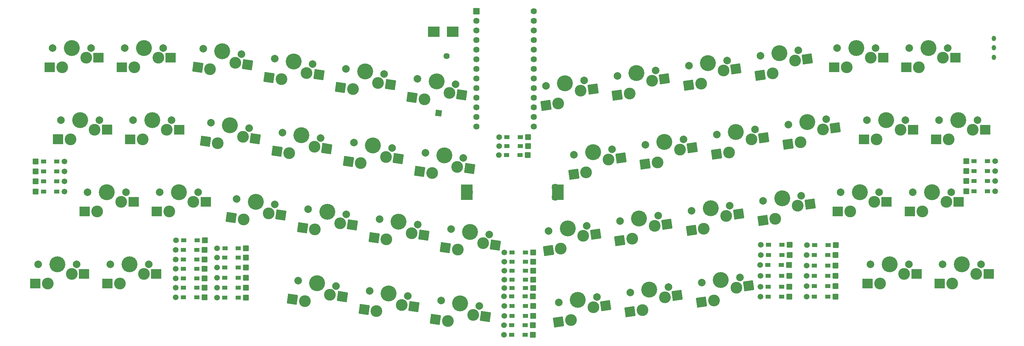
<source format=gbr>
G04 #@! TF.GenerationSoftware,KiCad,Pcbnew,7.0.1-0*
G04 #@! TF.CreationDate,2023-10-08T21:15:56+09:00*
G04 #@! TF.ProjectId,cool846ble,636f6f6c-3834-4366-926c-652e6b696361,rev?*
G04 #@! TF.SameCoordinates,Original*
G04 #@! TF.FileFunction,Soldermask,Bot*
G04 #@! TF.FilePolarity,Negative*
%FSLAX46Y46*%
G04 Gerber Fmt 4.6, Leading zero omitted, Abs format (unit mm)*
G04 Created by KiCad (PCBNEW 7.0.1-0) date 2023-10-08 21:15:56*
%MOMM*%
%LPD*%
G01*
G04 APERTURE LIST*
G04 Aperture macros list*
%AMRoundRect*
0 Rectangle with rounded corners*
0 $1 Rounding radius*
0 $2 $3 $4 $5 $6 $7 $8 $9 X,Y pos of 4 corners*
0 Add a 4 corners polygon primitive as box body*
4,1,4,$2,$3,$4,$5,$6,$7,$8,$9,$2,$3,0*
0 Add four circle primitives for the rounded corners*
1,1,$1+$1,$2,$3*
1,1,$1+$1,$4,$5*
1,1,$1+$1,$6,$7*
1,1,$1+$1,$8,$9*
0 Add four rect primitives between the rounded corners*
20,1,$1+$1,$2,$3,$4,$5,0*
20,1,$1+$1,$4,$5,$6,$7,0*
20,1,$1+$1,$6,$7,$8,$9,0*
20,1,$1+$1,$8,$9,$2,$3,0*%
G04 Aperture macros list end*
%ADD10C,1.499000*%
%ADD11RoundRect,0.051000X-0.698500X-0.698500X0.698500X-0.698500X0.698500X0.698500X-0.698500X0.698500X0*%
%ADD12RoundRect,0.051000X-0.650000X-0.475000X0.650000X-0.475000X0.650000X0.475000X-0.650000X0.475000X0*%
%ADD13C,2.002000*%
%ADD14C,3.102000*%
%ADD15C,4.202000*%
%ADD16RoundRect,0.051000X-1.436558X-1.060389X1.088625X-1.415281X1.436558X1.060389X-1.088625X1.415281X0*%
%ADD17RoundRect,0.051000X-1.088625X-1.415281X1.436558X-1.060389X1.088625X1.415281X-1.436558X1.060389X0*%
%ADD18RoundRect,0.051000X-1.275000X-1.250000X1.275000X-1.250000X1.275000X1.250000X-1.275000X1.250000X0*%
%ADD19RoundRect,0.051000X0.698500X0.698500X-0.698500X0.698500X-0.698500X-0.698500X0.698500X-0.698500X0*%
%ADD20RoundRect,0.051000X0.650000X0.475000X-0.650000X0.475000X-0.650000X-0.475000X0.650000X-0.475000X0*%
%ADD21C,1.626000*%
%ADD22RoundRect,0.051000X-0.762000X-0.762000X0.762000X-0.762000X0.762000X0.762000X-0.762000X0.762000X0*%
%ADD23RoundRect,0.051000X0.648534X-0.860634X0.860634X0.648534X-0.648534X0.860634X-0.860634X-0.648534X0*%
%ADD24RoundRect,0.051000X1.500000X1.300000X-1.500000X1.300000X-1.500000X-1.300000X1.500000X-1.300000X0*%
%ADD25O,1.102000X1.402000*%
%ADD26RoundRect,0.051000X1.500000X2.000000X-1.500000X2.000000X-1.500000X-2.000000X1.500000X-2.000000X0*%
%ADD27C,1.902000*%
G04 APERTURE END LIST*
D10*
X-348500000Y-87660000D03*
D11*
X-356120000Y-87660000D03*
D12*
X-354085000Y-87660000D03*
X-350535000Y-87660000D03*
D10*
X-348500000Y-90310000D03*
D11*
X-356120000Y-90310000D03*
D12*
X-354085000Y-90310000D03*
X-350535000Y-90310000D03*
D10*
X-348500000Y-92960000D03*
D11*
X-356120000Y-92960000D03*
D12*
X-354085000Y-92960000D03*
X-350535000Y-92960000D03*
X-104785000Y-84940000D03*
X-108335000Y-84940000D03*
D11*
X-110370000Y-84940000D03*
D10*
X-102750000Y-84940000D03*
D12*
X-104785000Y-87590000D03*
X-108335000Y-87590000D03*
D11*
X-110370000Y-87590000D03*
D10*
X-102750000Y-87590000D03*
D12*
X-104785000Y-90240000D03*
X-108335000Y-90240000D03*
D11*
X-110370000Y-90240000D03*
D10*
X-102750000Y-90240000D03*
X-348500000Y-85010000D03*
D11*
X-356120000Y-85010000D03*
D12*
X-354085000Y-85010000D03*
X-350535000Y-85010000D03*
D13*
X-272100926Y-80080310D03*
D14*
X-270292644Y-85464371D03*
D15*
X-267070364Y-80787309D03*
D14*
X-263650942Y-83832839D03*
D13*
X-262039802Y-81494308D03*
D16*
X-260407814Y-84288631D03*
X-273562509Y-85004822D03*
D13*
X-253236320Y-82731557D03*
D14*
X-251428038Y-88115618D03*
D15*
X-248205758Y-83438556D03*
D14*
X-244786336Y-86484086D03*
D13*
X-243175196Y-84145555D03*
D16*
X-241543208Y-86939878D03*
X-254697903Y-87656069D03*
D13*
X-255301224Y-63204139D03*
D14*
X-253492942Y-68588200D03*
D15*
X-250270662Y-63911138D03*
D14*
X-246851240Y-66956668D03*
D13*
X-245240100Y-64618137D03*
D16*
X-243608112Y-67412460D03*
X-256762807Y-68128651D03*
D13*
X-183636781Y-59752692D03*
D14*
X-180414501Y-64429754D03*
D15*
X-178606219Y-59045693D03*
D14*
X-174479798Y-61030724D03*
D13*
X-173575657Y-58338694D03*
D17*
X-171236670Y-60574932D03*
X-183684366Y-64889304D03*
D13*
X-293030437Y-57901644D03*
D14*
X-291222155Y-63285705D03*
D15*
X-287999875Y-58608643D03*
D14*
X-284580453Y-61654173D03*
D13*
X-282969313Y-59315642D03*
D16*
X-281337325Y-62109965D03*
X-294492020Y-62826156D03*
D13*
X-290965533Y-77429062D03*
D14*
X-289157251Y-82813123D03*
D15*
X-285934971Y-78136061D03*
D14*
X-282515549Y-81181591D03*
D13*
X-280904409Y-78843060D03*
D16*
X-279272421Y-81637383D03*
X-292427116Y-82353574D03*
D13*
X-332658475Y-55075733D03*
D14*
X-330118475Y-60155733D03*
D15*
X-327578475Y-55075733D03*
D14*
X-323768475Y-57615733D03*
D13*
X-322498475Y-55075733D03*
D18*
X-320493475Y-57615733D03*
X-333420475Y-60155733D03*
D13*
X-164772174Y-57101444D03*
D14*
X-161549894Y-61778506D03*
D15*
X-159741612Y-56394445D03*
D14*
X-155615191Y-58379476D03*
D13*
X-154711050Y-55687446D03*
D17*
X-152372063Y-57923684D03*
X-164819759Y-62238056D03*
D13*
X-311895044Y-55250396D03*
D14*
X-310086762Y-60634457D03*
D15*
X-306864482Y-55957395D03*
D14*
X-303445060Y-59002925D03*
D13*
X-301833920Y-56664394D03*
D16*
X-300201932Y-59458717D03*
X-313356627Y-60174908D03*
D13*
X-221365994Y-65055187D03*
D14*
X-218143714Y-69732249D03*
D15*
X-216335432Y-64348188D03*
D14*
X-212209011Y-66333219D03*
D13*
X-211304870Y-63641189D03*
D17*
X-208965883Y-65877427D03*
X-221413579Y-70191799D03*
D13*
X-202501387Y-62403940D03*
D14*
X-199279107Y-67081002D03*
D15*
X-197470825Y-61696941D03*
D14*
X-193344404Y-63681972D03*
D13*
X-192440263Y-60989942D03*
D17*
X-190101276Y-63226180D03*
X-202548972Y-67540552D03*
D13*
X-274165831Y-60552891D03*
D14*
X-272357549Y-65936952D03*
D15*
X-269135269Y-61259890D03*
D14*
X-265715847Y-64305420D03*
D13*
X-264104707Y-61966889D03*
D16*
X-262472719Y-64761212D03*
X-275627414Y-65477403D03*
D13*
X-213998595Y-83256982D03*
D14*
X-210776315Y-87934044D03*
D15*
X-208968033Y-82549983D03*
D14*
X-204841612Y-84535014D03*
D13*
X-203937471Y-81842984D03*
D17*
X-201598484Y-84079222D03*
X-214046180Y-88393594D03*
D13*
X-195133988Y-80605734D03*
D14*
X-191911708Y-85282796D03*
D15*
X-190103426Y-79898735D03*
D14*
X-185977005Y-81883766D03*
D13*
X-185072864Y-79191736D03*
D17*
X-182733877Y-81427974D03*
X-195181573Y-85742346D03*
D13*
X-176269381Y-77954487D03*
D14*
X-173047101Y-82631549D03*
D15*
X-171238819Y-77247488D03*
D14*
X-167112398Y-79232519D03*
D13*
X-166208257Y-76540489D03*
D17*
X-163869270Y-78776727D03*
X-176316966Y-83091099D03*
D13*
X-157404775Y-75303239D03*
D14*
X-154182495Y-79980301D03*
D15*
X-152374213Y-74596240D03*
D14*
X-148247792Y-76581271D03*
D13*
X-147343651Y-73889241D03*
D17*
X-145004664Y-76125479D03*
X-157452360Y-80439851D03*
D13*
X-136633975Y-74125734D03*
D14*
X-134093975Y-79205734D03*
D15*
X-131553975Y-74125734D03*
D14*
X-127743975Y-76665734D03*
D13*
X-126473975Y-74125734D03*
D18*
X-124468975Y-76665734D03*
X-137395975Y-79205734D03*
D13*
X-303049084Y-94968045D03*
D14*
X-301240802Y-100352106D03*
D15*
X-298018522Y-95675044D03*
D14*
X-294599100Y-98720574D03*
D13*
X-292987960Y-96382043D03*
D16*
X-291355972Y-99176366D03*
X-304510667Y-99892557D03*
D13*
X-284184477Y-97619293D03*
D14*
X-282376195Y-103003354D03*
D15*
X-279153915Y-98326292D03*
D14*
X-275734493Y-101371822D03*
D13*
X-274123353Y-99033291D03*
D16*
X-272491365Y-101827614D03*
X-285646060Y-102543805D03*
D13*
X-265319871Y-100270540D03*
D14*
X-263511589Y-105654601D03*
D15*
X-260289309Y-100977539D03*
D14*
X-256869887Y-104023069D03*
D13*
X-255258747Y-101684538D03*
D16*
X-253626759Y-104478861D03*
X-266781454Y-105195052D03*
D13*
X-246455264Y-102921788D03*
D14*
X-244646982Y-108305849D03*
D15*
X-241424702Y-103628787D03*
D14*
X-238005280Y-106674317D03*
D13*
X-236394140Y-104335786D03*
D16*
X-234762152Y-107130109D03*
X-247916847Y-107846300D03*
D13*
X-144480000Y-55040000D03*
D14*
X-141940000Y-60120000D03*
D15*
X-139400000Y-55040000D03*
D14*
X-135590000Y-57580000D03*
D13*
X-134320000Y-55040000D03*
D18*
X-132315000Y-57580000D03*
X-145242000Y-60120000D03*
D13*
X-330410000Y-74110000D03*
D14*
X-327870000Y-79190000D03*
D15*
X-325330000Y-74110000D03*
D14*
X-321520000Y-76650000D03*
D13*
X-320250000Y-74110000D03*
D18*
X-318245000Y-76650000D03*
X-331172000Y-79190000D03*
D13*
X-286851124Y-116546002D03*
D14*
X-285042842Y-121930063D03*
D15*
X-281820562Y-117253001D03*
D14*
X-278401140Y-120298531D03*
D13*
X-276790000Y-117960000D03*
D16*
X-275158012Y-120754323D03*
X-288312707Y-121470514D03*
D13*
X-143580000Y-93210000D03*
D14*
X-141040000Y-98290000D03*
D15*
X-138500000Y-93210000D03*
D14*
X-134690000Y-95750000D03*
D13*
X-133420000Y-93210000D03*
D18*
X-131415000Y-95750000D03*
X-144342000Y-98290000D03*
D13*
X-323410000Y-93190000D03*
D14*
X-320870000Y-98270000D03*
D15*
X-318330000Y-93190000D03*
D14*
X-314520000Y-95730000D03*
D13*
X-313250000Y-93190000D03*
D18*
X-311245000Y-95730000D03*
X-324172000Y-98270000D03*
D13*
X-267940000Y-119210000D03*
D14*
X-266131718Y-124594061D03*
D15*
X-262909438Y-119916999D03*
D14*
X-259490016Y-122962529D03*
D13*
X-257878876Y-120623998D03*
D16*
X-256246888Y-123418321D03*
X-269401583Y-124134512D03*
D13*
X-218000562Y-122296999D03*
D14*
X-214778282Y-126974061D03*
D15*
X-212970000Y-121590000D03*
D14*
X-208843579Y-123575031D03*
D13*
X-207939438Y-120883001D03*
D17*
X-205600451Y-123119239D03*
X-218048147Y-127433611D03*
D19*
X-157053475Y-109723734D03*
D20*
X-159088475Y-109723734D03*
X-162638475Y-109723734D03*
D10*
X-164673475Y-109723734D03*
D19*
X-224823475Y-120673734D03*
D20*
X-226858475Y-120673734D03*
X-230408475Y-120673734D03*
D10*
X-232443475Y-120673734D03*
D13*
X-164034037Y-95480733D03*
D14*
X-160811757Y-100157795D03*
D15*
X-159003475Y-94773734D03*
D14*
X-154877054Y-96758765D03*
D13*
X-153972913Y-94066735D03*
D17*
X-151633926Y-96302973D03*
X-164081622Y-100617345D03*
D19*
X-224823475Y-128331234D03*
D20*
X-226858475Y-128331234D03*
X-230408475Y-128331234D03*
D10*
X-232443475Y-128331234D03*
D19*
X-224770000Y-113900000D03*
D20*
X-226805000Y-113900000D03*
X-230355000Y-113900000D03*
D10*
X-232390000Y-113900000D03*
D19*
X-311543475Y-120933734D03*
D20*
X-313578475Y-120933734D03*
X-317128475Y-120933734D03*
D10*
X-319163475Y-120933734D03*
D13*
X-182924037Y-98120733D03*
D14*
X-179701757Y-102797795D03*
D15*
X-177893475Y-97413734D03*
D14*
X-173767054Y-99398765D03*
D13*
X-172862913Y-96706735D03*
D17*
X-170523926Y-98942973D03*
X-182971622Y-103257345D03*
D19*
X-311543475Y-115925734D03*
D20*
X-313578475Y-115925734D03*
X-317128475Y-115925734D03*
D10*
X-319163475Y-115925734D03*
D21*
X-224560000Y-47890000D03*
X-224560000Y-50430000D03*
X-224560000Y-52970000D03*
X-224560000Y-55510000D03*
X-224560000Y-58050000D03*
X-224560000Y-60590000D03*
X-224560000Y-63130000D03*
X-224560000Y-65670000D03*
X-224560000Y-68210000D03*
X-224560000Y-70750000D03*
X-224560000Y-73290000D03*
X-224560000Y-75830000D03*
X-239780000Y-75830000D03*
X-239780000Y-73290000D03*
X-239780000Y-70750000D03*
X-239780000Y-68210000D03*
X-239780000Y-65670000D03*
X-239780000Y-63130000D03*
X-239780000Y-60590000D03*
X-239780000Y-58050000D03*
X-239780000Y-55510000D03*
X-239780000Y-52970000D03*
X-239780000Y-50430000D03*
X-239780000Y-47890000D03*
D22*
X-239780000Y-45350000D03*
D21*
X-224560000Y-45350000D03*
D19*
X-224723475Y-123213734D03*
D20*
X-226758475Y-123213734D03*
X-230308475Y-123213734D03*
D10*
X-232343475Y-123213734D03*
D19*
X-144938475Y-109793734D03*
D20*
X-146973475Y-109793734D03*
X-150523475Y-109793734D03*
D10*
X-152558475Y-109793734D03*
D19*
X-144933475Y-112543734D03*
D20*
X-146968475Y-112543734D03*
X-150518475Y-112543734D03*
D10*
X-152553475Y-112543734D03*
D19*
X-300583475Y-121033734D03*
D20*
X-302618475Y-121033734D03*
X-306168475Y-121033734D03*
D10*
X-308203475Y-121033734D03*
D13*
X-201814037Y-100790733D03*
D14*
X-198591757Y-105467795D03*
D15*
X-196783475Y-100083734D03*
D14*
X-192657054Y-102068765D03*
D13*
X-191752913Y-99376735D03*
D17*
X-189413926Y-101612973D03*
X-201861622Y-105927345D03*
D19*
X-224780000Y-109090000D03*
D20*
X-226815000Y-109090000D03*
X-230365000Y-109090000D03*
D10*
X-232400000Y-109090000D03*
D19*
X-157083475Y-118153734D03*
D20*
X-159118475Y-118153734D03*
X-162668475Y-118153734D03*
D10*
X-164703475Y-118153734D03*
D19*
X-300578475Y-107953734D03*
D20*
X-302613475Y-107953734D03*
X-306163475Y-107953734D03*
D10*
X-308198475Y-107953734D03*
D19*
X-144933475Y-120733734D03*
D20*
X-146968475Y-120733734D03*
X-150518475Y-120733734D03*
D10*
X-152553475Y-120733734D03*
D13*
X-309844037Y-74796735D03*
D14*
X-308035755Y-80180796D03*
D15*
X-304813475Y-75503734D03*
D14*
X-301394053Y-78549264D03*
D13*
X-299782913Y-76210733D03*
D16*
X-298150925Y-79005056D03*
X-311305620Y-79721247D03*
D19*
X-157083475Y-120733734D03*
D20*
X-159118475Y-120733734D03*
X-162668475Y-120733734D03*
D10*
X-164703475Y-120733734D03*
D13*
X-336468475Y-112225733D03*
D14*
X-333928475Y-117305733D03*
D15*
X-331388475Y-112225733D03*
D14*
X-327578475Y-114765733D03*
D13*
X-326308475Y-112225733D03*
D18*
X-324303475Y-114765733D03*
X-337230475Y-117305733D03*
D19*
X-311513475Y-108383734D03*
D20*
X-313548475Y-108383734D03*
X-317098475Y-108383734D03*
D10*
X-319133475Y-108383734D03*
D19*
X-224763475Y-125823734D03*
D20*
X-226798475Y-125823734D03*
X-230348475Y-125823734D03*
D10*
X-232383475Y-125823734D03*
D19*
X-224775000Y-116320000D03*
D20*
X-226810000Y-116320000D03*
X-230360000Y-116320000D03*
D10*
X-232395000Y-116320000D03*
D19*
X-300583475Y-110457734D03*
D20*
X-302618475Y-110457734D03*
X-306168475Y-110457734D03*
D10*
X-308203475Y-110457734D03*
D19*
X-300583475Y-118389734D03*
D20*
X-302618475Y-118389734D03*
X-306168475Y-118389734D03*
D10*
X-308203475Y-118389734D03*
D19*
X-226133475Y-78569734D03*
D20*
X-228168475Y-78569734D03*
X-231718475Y-78569734D03*
D10*
X-233753475Y-78569734D03*
D19*
X-157008475Y-107023734D03*
D20*
X-159043475Y-107023734D03*
X-162593475Y-107023734D03*
D10*
X-164628475Y-107023734D03*
D19*
X-311543475Y-110917734D03*
D20*
X-313578475Y-110917734D03*
X-317128475Y-110917734D03*
D10*
X-319163475Y-110917734D03*
D19*
X-144858475Y-107133734D03*
D20*
X-146893475Y-107133734D03*
X-150443475Y-107133734D03*
D10*
X-152478475Y-107133734D03*
D13*
X-199111124Y-119653998D03*
D14*
X-195888844Y-124331060D03*
D15*
X-194080562Y-118946999D03*
D14*
X-189954141Y-120932030D03*
D13*
X-189050000Y-118240000D03*
D17*
X-186711013Y-120476238D03*
X-199158709Y-124790610D03*
D19*
X-311543475Y-113421734D03*
D20*
X-313578475Y-113421734D03*
X-317128475Y-113421734D03*
D10*
X-319163475Y-113421734D03*
D19*
X-144933475Y-118003734D03*
D20*
X-146968475Y-118003734D03*
X-150518475Y-118003734D03*
D10*
X-152553475Y-118003734D03*
D13*
X-135681475Y-112225734D03*
D14*
X-133141475Y-117305734D03*
D15*
X-130601475Y-112225734D03*
D14*
X-126791475Y-114765734D03*
D13*
X-125521475Y-112225734D03*
D18*
X-123516475Y-114765734D03*
X-136443475Y-117305734D03*
D19*
X-226123475Y-80941067D03*
D20*
X-228158475Y-80941067D03*
X-231708475Y-80941067D03*
D10*
X-233743475Y-80941067D03*
D19*
X-224780000Y-111570000D03*
D20*
X-226815000Y-111570000D03*
X-230365000Y-111570000D03*
D10*
X-232400000Y-111570000D03*
D19*
X-224823475Y-130883734D03*
D20*
X-226858475Y-130883734D03*
X-230408475Y-130883734D03*
D10*
X-232443475Y-130883734D03*
D19*
X-311453475Y-105903734D03*
D20*
X-313488475Y-105903734D03*
X-317038475Y-105903734D03*
D10*
X-319073475Y-105903734D03*
D19*
X-311543475Y-118429734D03*
D20*
X-313578475Y-118429734D03*
X-317128475Y-118429734D03*
D10*
X-319163475Y-118429734D03*
D19*
X-157088475Y-115283734D03*
D20*
X-159123475Y-115283734D03*
X-162673475Y-115283734D03*
D10*
X-164708475Y-115283734D03*
D13*
X-220674599Y-103437732D03*
D14*
X-217452319Y-108114794D03*
D15*
X-215644037Y-102730733D03*
D14*
X-211517616Y-104715764D03*
D13*
X-210613475Y-102023734D03*
D17*
X-208274488Y-104259972D03*
X-220722184Y-108574344D03*
D19*
X-144933475Y-115273734D03*
D20*
X-146968475Y-115273734D03*
X-150518475Y-115273734D03*
D10*
X-152553475Y-115273734D03*
D19*
X-300583475Y-115745734D03*
D20*
X-302618475Y-115745734D03*
X-306168475Y-115745734D03*
D10*
X-308203475Y-115745734D03*
D19*
X-157158475Y-112393734D03*
D20*
X-159193475Y-112393734D03*
X-162743475Y-112393734D03*
D10*
X-164778475Y-112393734D03*
D13*
X-249081124Y-121826002D03*
D14*
X-247272842Y-127210063D03*
D15*
X-244050562Y-122533001D03*
D14*
X-240631140Y-125578531D03*
D13*
X-239020000Y-123240000D03*
D16*
X-237388012Y-126034323D03*
X-250542707Y-126750514D03*
D13*
X-180251124Y-117083998D03*
D14*
X-177028844Y-121761060D03*
D15*
X-175220562Y-116376999D03*
D14*
X-171094141Y-118362030D03*
D13*
X-170190000Y-115670000D03*
D17*
X-167851013Y-117906238D03*
X-180298709Y-122220610D03*
D19*
X-226193475Y-83312400D03*
D20*
X-228228475Y-83312400D03*
X-231778475Y-83312400D03*
D10*
X-233813475Y-83312400D03*
D19*
X-224760000Y-118460000D03*
D20*
X-226795000Y-118460000D03*
X-230345000Y-118460000D03*
D10*
X-232380000Y-118460000D03*
D19*
X-300583475Y-113101734D03*
D20*
X-302618475Y-113101734D03*
X-306168475Y-113101734D03*
D10*
X-308203475Y-113101734D03*
D23*
X-249740000Y-72300000D03*
D21*
X-247621786Y-57228120D03*
D24*
X-246000000Y-50720000D03*
X-251000000Y-50720000D03*
D25*
X-103130000Y-57500000D03*
X-103130000Y-55000000D03*
X-103130000Y-52500000D03*
D26*
X-218250000Y-93140000D03*
D27*
X-218900001Y-94410000D03*
X-218900001Y-91870000D03*
X-241600000Y-93140000D03*
D26*
X-242250000Y-93140000D03*
D18*
X-343222000Y-98270000D03*
D13*
X-332300000Y-93190000D03*
X-342460000Y-93190000D03*
D15*
X-337380000Y-93190000D03*
D18*
X-330295000Y-95730000D03*
D14*
X-339920000Y-98270000D03*
X-333570000Y-95730000D03*
D18*
X-356280475Y-117305733D03*
D13*
X-345358475Y-112225733D03*
X-355518475Y-112225733D03*
D15*
X-350438475Y-112225733D03*
D18*
X-343353475Y-114765733D03*
D14*
X-352978475Y-117305733D03*
X-346628475Y-114765733D03*
D18*
X-117393475Y-117305734D03*
D13*
X-106471475Y-112225734D03*
X-116631475Y-112225734D03*
D15*
X-111551475Y-112225734D03*
D18*
X-104466475Y-114765734D03*
D14*
X-114091475Y-117305734D03*
X-107741475Y-114765734D03*
D12*
X-104785000Y-92890000D03*
X-108335000Y-92890000D03*
D11*
X-110370000Y-92890000D03*
D10*
X-102750000Y-92890000D03*
D18*
X-126192000Y-60120000D03*
D13*
X-115270000Y-55040000D03*
X-125430000Y-55040000D03*
D15*
X-120350000Y-55040000D03*
D18*
X-113265000Y-57580000D03*
D14*
X-122890000Y-60120000D03*
X-116540000Y-57580000D03*
D18*
X-352470475Y-60155733D03*
D13*
X-341548475Y-55075733D03*
X-351708475Y-55075733D03*
D15*
X-346628475Y-55075733D03*
D18*
X-339543475Y-57615733D03*
D14*
X-349168475Y-60155733D03*
X-342818475Y-57615733D03*
D18*
X-118345975Y-79205734D03*
D13*
X-107423975Y-74125734D03*
X-117583975Y-74125734D03*
D15*
X-112503975Y-74125734D03*
D18*
X-105418975Y-76665734D03*
D14*
X-115043975Y-79205734D03*
X-108693975Y-76665734D03*
D18*
X-125292000Y-98290000D03*
D13*
X-114370000Y-93210000D03*
X-124530000Y-93210000D03*
D15*
X-119450000Y-93210000D03*
D18*
X-112365000Y-95750000D03*
D14*
X-121990000Y-98290000D03*
X-115640000Y-95750000D03*
D18*
X-350222000Y-79190000D03*
D13*
X-339300000Y-74110000D03*
X-349460000Y-74110000D03*
D15*
X-344380000Y-74110000D03*
D18*
X-337295000Y-76650000D03*
D14*
X-346920000Y-79190000D03*
X-340570000Y-76650000D03*
G36*
X-249110962Y-125635926D02*
G01*
X-249110848Y-125635946D01*
X-249110843Y-125635947D01*
X-249109353Y-125637231D01*
X-249109683Y-125639169D01*
X-249111513Y-125639889D01*
X-251612323Y-125288424D01*
X-251613899Y-125287192D01*
X-251613621Y-125285212D01*
X-251611767Y-125284462D01*
X-249110962Y-125635926D01*
G37*
G36*
X-235956267Y-124919735D02*
G01*
X-235956153Y-124919755D01*
X-235956148Y-124919756D01*
X-235954658Y-124921040D01*
X-235954988Y-124922978D01*
X-235956818Y-124923698D01*
X-238457628Y-124572233D01*
X-238459204Y-124571001D01*
X-238458926Y-124569021D01*
X-238457072Y-124568271D01*
X-235956267Y-124919735D01*
G37*
G36*
X-267969838Y-123019924D02*
G01*
X-267969724Y-123019944D01*
X-267969719Y-123019945D01*
X-267968229Y-123021229D01*
X-267968559Y-123023167D01*
X-267970389Y-123023887D01*
X-270471199Y-122672422D01*
X-270472775Y-122671190D01*
X-270472497Y-122669210D01*
X-270470643Y-122668460D01*
X-267969838Y-123019924D01*
G37*
G36*
X-254815143Y-122303733D02*
G01*
X-254815029Y-122303753D01*
X-254815024Y-122303754D01*
X-254813534Y-122305038D01*
X-254813864Y-122306976D01*
X-254815694Y-122307696D01*
X-257316504Y-121956231D01*
X-257318080Y-121954999D01*
X-257317802Y-121953019D01*
X-257315948Y-121952269D01*
X-254815143Y-122303733D01*
G37*
G36*
X-286880962Y-120355926D02*
G01*
X-286880848Y-120355946D01*
X-286880843Y-120355947D01*
X-286879353Y-120357231D01*
X-286879683Y-120359169D01*
X-286881513Y-120359889D01*
X-289382323Y-120008424D01*
X-289383899Y-120007192D01*
X-289383621Y-120005212D01*
X-289381767Y-120004462D01*
X-286880962Y-120355926D01*
G37*
G36*
X-273726267Y-119639735D02*
G01*
X-273726153Y-119639755D01*
X-273726148Y-119639756D01*
X-273724658Y-119641040D01*
X-273724988Y-119642978D01*
X-273726818Y-119643698D01*
X-276227628Y-119292233D01*
X-276229204Y-119291001D01*
X-276228926Y-119289021D01*
X-276227072Y-119288271D01*
X-273726267Y-119639735D01*
G37*
G36*
X-116113062Y-116002772D02*
G01*
X-116098185Y-116005731D01*
X-116097464Y-116006030D01*
X-116080595Y-116017302D01*
X-116080043Y-116017854D01*
X-116068772Y-116034721D01*
X-116068457Y-116035756D01*
X-116068396Y-116035827D01*
X-116065513Y-116050323D01*
X-116065475Y-116050713D01*
X-116065475Y-117307320D01*
X-116066475Y-117309052D01*
X-116068475Y-117309052D01*
X-116069475Y-117307320D01*
X-116069475Y-116050910D01*
X-116072318Y-116036613D01*
X-116083147Y-116020406D01*
X-116099355Y-116009577D01*
X-116113650Y-116006734D01*
X-118673298Y-116006734D01*
X-118680545Y-116008175D01*
X-118682439Y-116007531D01*
X-118682829Y-116005570D01*
X-118681325Y-116004251D01*
X-118673885Y-116002772D01*
X-118673495Y-116002734D01*
X-116113452Y-116002734D01*
X-116113062Y-116002772D01*
G37*
G36*
X-355000062Y-116002771D02*
G01*
X-354985185Y-116005730D01*
X-354984464Y-116006029D01*
X-354967595Y-116017301D01*
X-354967043Y-116017853D01*
X-354955772Y-116034720D01*
X-354955435Y-116035831D01*
X-354955435Y-116035832D01*
X-354956116Y-116037336D01*
X-354957696Y-116037815D01*
X-354959098Y-116036943D01*
X-354970147Y-116020405D01*
X-354986355Y-116009576D01*
X-355000650Y-116006733D01*
X-357560298Y-116006733D01*
X-357567545Y-116008174D01*
X-357569439Y-116007530D01*
X-357569829Y-116005569D01*
X-357568325Y-116004250D01*
X-357560885Y-116002771D01*
X-357560495Y-116002733D01*
X-355000452Y-116002733D01*
X-355000062Y-116002771D01*
G37*
G36*
X-103186062Y-113462772D02*
G01*
X-103171185Y-113465731D01*
X-103170464Y-113466030D01*
X-103153595Y-113477302D01*
X-103153043Y-113477854D01*
X-103141772Y-113494721D01*
X-103141457Y-113495756D01*
X-103141396Y-113495827D01*
X-103138513Y-113510323D01*
X-103138475Y-113510713D01*
X-103138475Y-114772672D01*
X-103139475Y-114774404D01*
X-103141475Y-114774404D01*
X-103142475Y-114772672D01*
X-103142475Y-113510910D01*
X-103145318Y-113496613D01*
X-103156147Y-113480406D01*
X-103172355Y-113469577D01*
X-103186650Y-113466734D01*
X-105746298Y-113466734D01*
X-105753545Y-113468175D01*
X-105755439Y-113467531D01*
X-105755829Y-113465570D01*
X-105754325Y-113464251D01*
X-105746885Y-113462772D01*
X-105746495Y-113462734D01*
X-103186452Y-113462734D01*
X-103186062Y-113462772D01*
G37*
G36*
X-342073062Y-113462771D02*
G01*
X-342058185Y-113465730D01*
X-342057464Y-113466029D01*
X-342040595Y-113477301D01*
X-342040043Y-113477853D01*
X-342028772Y-113494720D01*
X-342028435Y-113495831D01*
X-342028435Y-113495832D01*
X-342029116Y-113497336D01*
X-342030696Y-113497815D01*
X-342032098Y-113496943D01*
X-342043147Y-113480405D01*
X-342059355Y-113469576D01*
X-342073650Y-113466733D01*
X-344633298Y-113466733D01*
X-344640545Y-113468174D01*
X-344642439Y-113467530D01*
X-344642829Y-113465569D01*
X-344641325Y-113464250D01*
X-344633885Y-113462771D01*
X-344633495Y-113462733D01*
X-342073452Y-113462733D01*
X-342073062Y-113462771D01*
G37*
G36*
X-246485102Y-106731712D02*
G01*
X-246484988Y-106731732D01*
X-246484983Y-106731733D01*
X-246483493Y-106733017D01*
X-246483823Y-106734955D01*
X-246485653Y-106735675D01*
X-248986463Y-106384210D01*
X-248988039Y-106382978D01*
X-248987761Y-106380998D01*
X-248985907Y-106380248D01*
X-246485102Y-106731712D01*
G37*
G36*
X-233330407Y-106015521D02*
G01*
X-233330293Y-106015541D01*
X-233330288Y-106015542D01*
X-233328798Y-106016826D01*
X-233329128Y-106018764D01*
X-233330958Y-106019484D01*
X-235831768Y-105668019D01*
X-235833344Y-105666787D01*
X-235833066Y-105664807D01*
X-235831212Y-105664057D01*
X-233330407Y-106015521D01*
G37*
G36*
X-265349709Y-104080464D02*
G01*
X-265349595Y-104080484D01*
X-265349590Y-104080485D01*
X-265348100Y-104081769D01*
X-265348430Y-104083707D01*
X-265350260Y-104084427D01*
X-267851070Y-103732962D01*
X-267852646Y-103731730D01*
X-267852368Y-103729750D01*
X-267850514Y-103729000D01*
X-265349709Y-104080464D01*
G37*
G36*
X-252195014Y-103364273D02*
G01*
X-252194900Y-103364293D01*
X-252194895Y-103364294D01*
X-252193405Y-103365578D01*
X-252193735Y-103367516D01*
X-252195565Y-103368236D01*
X-254696375Y-103016771D01*
X-254697951Y-103015539D01*
X-254697673Y-103013559D01*
X-254695819Y-103012809D01*
X-252195014Y-103364273D01*
G37*
G36*
X-284214315Y-101429217D02*
G01*
X-284214201Y-101429237D01*
X-284214196Y-101429238D01*
X-284212706Y-101430522D01*
X-284213036Y-101432460D01*
X-284214866Y-101433180D01*
X-286715676Y-101081715D01*
X-286717252Y-101080483D01*
X-286716974Y-101078503D01*
X-286715120Y-101077753D01*
X-284214315Y-101429217D01*
G37*
G36*
X-271059620Y-100713026D02*
G01*
X-271059506Y-100713046D01*
X-271059501Y-100713047D01*
X-271058011Y-100714331D01*
X-271058341Y-100716269D01*
X-271060171Y-100716989D01*
X-273560981Y-100365524D01*
X-273562557Y-100364292D01*
X-273562279Y-100362312D01*
X-273560425Y-100361562D01*
X-271059620Y-100713026D01*
G37*
G36*
X-303078922Y-98777969D02*
G01*
X-303078808Y-98777989D01*
X-303078803Y-98777990D01*
X-303077313Y-98779274D01*
X-303077643Y-98781212D01*
X-303079473Y-98781932D01*
X-305580283Y-98430467D01*
X-305581859Y-98429235D01*
X-305581581Y-98427255D01*
X-305579727Y-98426505D01*
X-303078922Y-98777969D01*
G37*
G36*
X-124011587Y-96987038D02*
G01*
X-123996710Y-96989997D01*
X-123995989Y-96990296D01*
X-123979120Y-97001568D01*
X-123978568Y-97002120D01*
X-123967297Y-97018987D01*
X-123966998Y-97019708D01*
X-123964038Y-97034589D01*
X-123964000Y-97034979D01*
X-123964000Y-98290670D01*
X-123965000Y-98292402D01*
X-123967000Y-98292402D01*
X-123968000Y-98290670D01*
X-123968000Y-97035176D01*
X-123970843Y-97020880D01*
X-123981672Y-97004672D01*
X-123997880Y-96993843D01*
X-124012175Y-96991000D01*
X-126571823Y-96991000D01*
X-126579070Y-96992442D01*
X-126580964Y-96991799D01*
X-126581354Y-96989837D01*
X-126579850Y-96988518D01*
X-126572410Y-96987038D01*
X-126572020Y-96987000D01*
X-124011977Y-96987000D01*
X-124011587Y-96987038D01*
G37*
G36*
X-341941587Y-96967038D02*
G01*
X-341926710Y-96969997D01*
X-341925989Y-96970296D01*
X-341909120Y-96981568D01*
X-341908568Y-96982120D01*
X-341897297Y-96998987D01*
X-341897171Y-96999204D01*
X-341897170Y-96999206D01*
X-341897218Y-97000459D01*
X-341896740Y-97001005D01*
X-341894038Y-97014589D01*
X-341894000Y-97014979D01*
X-341894000Y-98270536D01*
X-341895000Y-98272268D01*
X-341897000Y-98272268D01*
X-341898000Y-98270536D01*
X-341898000Y-97015176D01*
X-341900664Y-97001785D01*
X-341900492Y-97001278D01*
X-341900622Y-97001211D01*
X-341911672Y-96984672D01*
X-341927880Y-96973843D01*
X-341942175Y-96971000D01*
X-344501823Y-96971000D01*
X-344509070Y-96972442D01*
X-344510964Y-96971799D01*
X-344511354Y-96969837D01*
X-344509850Y-96968518D01*
X-344502410Y-96967038D01*
X-344502020Y-96967000D01*
X-341941977Y-96967000D01*
X-341941587Y-96967038D01*
G37*
G36*
X-289924227Y-98061778D02*
G01*
X-289924113Y-98061798D01*
X-289924108Y-98061799D01*
X-289922618Y-98063083D01*
X-289922948Y-98065021D01*
X-289924778Y-98065741D01*
X-292425588Y-97714276D01*
X-292427164Y-97713044D01*
X-292426886Y-97711064D01*
X-292425032Y-97710314D01*
X-289924227Y-98061778D01*
G37*
G36*
X-111084587Y-94447038D02*
G01*
X-111069710Y-94449997D01*
X-111068989Y-94450296D01*
X-111052120Y-94461568D01*
X-111051568Y-94462120D01*
X-111040297Y-94478987D01*
X-111039998Y-94479708D01*
X-111037038Y-94494589D01*
X-111037000Y-94494979D01*
X-111037000Y-95766433D01*
X-111038000Y-95768165D01*
X-111040000Y-95768165D01*
X-111041000Y-95766433D01*
X-111041000Y-94495176D01*
X-111043843Y-94480880D01*
X-111054672Y-94464672D01*
X-111070880Y-94453843D01*
X-111085175Y-94451000D01*
X-113644823Y-94451000D01*
X-113652070Y-94452441D01*
X-113653964Y-94451797D01*
X-113654354Y-94449836D01*
X-113652850Y-94448517D01*
X-113645410Y-94447038D01*
X-113645020Y-94447000D01*
X-111084977Y-94447000D01*
X-111084587Y-94447038D01*
G37*
G36*
X-329014587Y-94427038D02*
G01*
X-328999710Y-94429997D01*
X-328998989Y-94430296D01*
X-328982120Y-94441568D01*
X-328981568Y-94442120D01*
X-328970297Y-94458987D01*
X-328969998Y-94459708D01*
X-328967038Y-94474589D01*
X-328967000Y-94474979D01*
X-328967000Y-95744463D01*
X-328968000Y-95746195D01*
X-328970000Y-95746195D01*
X-328971000Y-95744463D01*
X-328971000Y-94475176D01*
X-328973843Y-94460880D01*
X-328984672Y-94444672D01*
X-329000880Y-94433843D01*
X-329015175Y-94431000D01*
X-331574823Y-94431000D01*
X-331582070Y-94432441D01*
X-331583964Y-94431797D01*
X-331584354Y-94429836D01*
X-331582850Y-94428517D01*
X-331575410Y-94427038D01*
X-331575020Y-94427000D01*
X-329014977Y-94427000D01*
X-329014587Y-94427038D01*
G37*
G36*
X-253266158Y-86541481D02*
G01*
X-253266044Y-86541501D01*
X-253266039Y-86541502D01*
X-253264549Y-86542786D01*
X-253264879Y-86544724D01*
X-253266709Y-86545444D01*
X-255767519Y-86193979D01*
X-255769095Y-86192747D01*
X-255768817Y-86190767D01*
X-255766963Y-86190017D01*
X-253266158Y-86541481D01*
G37*
G36*
X-240111463Y-85825290D02*
G01*
X-240111349Y-85825310D01*
X-240111344Y-85825311D01*
X-240109854Y-85826595D01*
X-240110184Y-85828533D01*
X-240112014Y-85829253D01*
X-242612824Y-85477788D01*
X-242614400Y-85476556D01*
X-242614122Y-85474576D01*
X-242612268Y-85473826D01*
X-240111463Y-85825290D01*
G37*
G36*
X-272130764Y-83890234D02*
G01*
X-272130650Y-83890254D01*
X-272130645Y-83890255D01*
X-272129155Y-83891539D01*
X-272129485Y-83893477D01*
X-272131315Y-83894197D01*
X-274632125Y-83542732D01*
X-274633701Y-83541500D01*
X-274633423Y-83539520D01*
X-274631569Y-83538770D01*
X-272130764Y-83890234D01*
G37*
G36*
X-258976069Y-83174043D02*
G01*
X-258975955Y-83174063D01*
X-258975950Y-83174064D01*
X-258974460Y-83175348D01*
X-258974790Y-83177286D01*
X-258976620Y-83178006D01*
X-261477430Y-82826541D01*
X-261479006Y-82825309D01*
X-261478728Y-82823329D01*
X-261476874Y-82822579D01*
X-258976069Y-83174043D01*
G37*
G36*
X-290995371Y-81238986D02*
G01*
X-290995257Y-81239006D01*
X-290995252Y-81239007D01*
X-290993762Y-81240291D01*
X-290994092Y-81242229D01*
X-290995922Y-81242949D01*
X-293496732Y-80891484D01*
X-293498308Y-80890252D01*
X-293498030Y-80888272D01*
X-293496176Y-80887522D01*
X-290995371Y-81238986D01*
G37*
G36*
X-277840676Y-80522795D02*
G01*
X-277840562Y-80522815D01*
X-277840557Y-80522816D01*
X-277839067Y-80524100D01*
X-277839397Y-80526038D01*
X-277841227Y-80526758D01*
X-280342037Y-80175293D01*
X-280343613Y-80174061D01*
X-280343335Y-80172081D01*
X-280341481Y-80171331D01*
X-277840676Y-80522795D01*
G37*
G36*
X-117065562Y-77902772D02*
G01*
X-117050685Y-77905731D01*
X-117049964Y-77906030D01*
X-117033095Y-77917302D01*
X-117032543Y-77917854D01*
X-117021272Y-77934721D01*
X-117021146Y-77934938D01*
X-117021145Y-77934940D01*
X-117021194Y-77936210D01*
X-117020710Y-77936763D01*
X-117018013Y-77950323D01*
X-117017975Y-77950713D01*
X-117017975Y-79218223D01*
X-117018975Y-79219955D01*
X-117020975Y-79219955D01*
X-117021975Y-79218223D01*
X-117021975Y-77950910D01*
X-117024634Y-77937543D01*
X-117024455Y-77937018D01*
X-117024597Y-77936945D01*
X-117035647Y-77920406D01*
X-117051855Y-77909577D01*
X-117066150Y-77906734D01*
X-119625798Y-77906734D01*
X-119633045Y-77908176D01*
X-119634939Y-77907533D01*
X-119635329Y-77905571D01*
X-119633825Y-77904252D01*
X-119626385Y-77902772D01*
X-119625995Y-77902734D01*
X-117065952Y-77902734D01*
X-117065562Y-77902772D01*
G37*
G36*
X-348941587Y-77887038D02*
G01*
X-348926710Y-77889997D01*
X-348925989Y-77890296D01*
X-348909120Y-77901568D01*
X-348908568Y-77902120D01*
X-348897297Y-77918987D01*
X-348897171Y-77919204D01*
X-348897170Y-77919206D01*
X-348897200Y-77919985D01*
X-348896867Y-77920366D01*
X-348894038Y-77934589D01*
X-348894000Y-77934979D01*
X-348894000Y-79191735D01*
X-348895000Y-79193467D01*
X-348897000Y-79193467D01*
X-348898000Y-79191735D01*
X-348898000Y-77935176D01*
X-348900791Y-77921146D01*
X-348900748Y-77921021D01*
X-348911672Y-77904672D01*
X-348927880Y-77893843D01*
X-348942175Y-77891000D01*
X-351501823Y-77891000D01*
X-351509070Y-77892441D01*
X-351510964Y-77891797D01*
X-351511354Y-77889836D01*
X-351509850Y-77888517D01*
X-351502410Y-77887038D01*
X-351502020Y-77887000D01*
X-348941977Y-77887000D01*
X-348941587Y-77887038D01*
G37*
G36*
X-309873875Y-78606659D02*
G01*
X-309873761Y-78606679D01*
X-309873756Y-78606680D01*
X-309872266Y-78607964D01*
X-309872596Y-78609902D01*
X-309874426Y-78610622D01*
X-312375236Y-78259157D01*
X-312376812Y-78257925D01*
X-312376534Y-78255945D01*
X-312374680Y-78255195D01*
X-309873875Y-78606659D01*
G37*
G36*
X-296719180Y-77890468D02*
G01*
X-296719066Y-77890488D01*
X-296719061Y-77890489D01*
X-296717571Y-77891773D01*
X-296717901Y-77893711D01*
X-296719731Y-77894431D01*
X-299220541Y-77542966D01*
X-299222117Y-77541734D01*
X-299221839Y-77539754D01*
X-299219985Y-77539004D01*
X-296719180Y-77890468D01*
G37*
G36*
X-104138562Y-75362772D02*
G01*
X-104123685Y-75365731D01*
X-104122964Y-75366030D01*
X-104106095Y-75377302D01*
X-104105543Y-75377854D01*
X-104094272Y-75394721D01*
X-104093973Y-75395442D01*
X-104091013Y-75410323D01*
X-104090975Y-75410713D01*
X-104090975Y-76678999D01*
X-104091975Y-76680731D01*
X-104093975Y-76680731D01*
X-104094975Y-76678999D01*
X-104094975Y-75410910D01*
X-104097818Y-75396614D01*
X-104108647Y-75380406D01*
X-104124855Y-75369577D01*
X-104139150Y-75366734D01*
X-106698798Y-75366734D01*
X-106706045Y-75368175D01*
X-106707939Y-75367531D01*
X-106708329Y-75365570D01*
X-106706825Y-75364251D01*
X-106699385Y-75362772D01*
X-106698995Y-75362734D01*
X-104138952Y-75362734D01*
X-104138562Y-75362772D01*
G37*
G36*
X-336014587Y-75347038D02*
G01*
X-335999710Y-75349997D01*
X-335998989Y-75350296D01*
X-335982120Y-75361568D01*
X-335981568Y-75362120D01*
X-335970297Y-75378987D01*
X-335970171Y-75379204D01*
X-335970170Y-75379206D01*
X-335970245Y-75381131D01*
X-335971912Y-75382099D01*
X-335973622Y-75381211D01*
X-335984672Y-75364672D01*
X-336000880Y-75353843D01*
X-336015175Y-75351000D01*
X-338574823Y-75351000D01*
X-338582070Y-75352441D01*
X-338583964Y-75351797D01*
X-338584354Y-75349836D01*
X-338582850Y-75348517D01*
X-338575410Y-75347038D01*
X-338575020Y-75347000D01*
X-336014977Y-75347000D01*
X-336014587Y-75347038D01*
G37*
G36*
X-255331062Y-67014063D02*
G01*
X-255330948Y-67014083D01*
X-255330943Y-67014084D01*
X-255329453Y-67015368D01*
X-255329783Y-67017306D01*
X-255331613Y-67018026D01*
X-257832423Y-66666561D01*
X-257833999Y-66665329D01*
X-257833721Y-66663349D01*
X-257831867Y-66662599D01*
X-255331062Y-67014063D01*
G37*
G36*
X-242176367Y-66297872D02*
G01*
X-242176253Y-66297892D01*
X-242176248Y-66297893D01*
X-242174758Y-66299177D01*
X-242175088Y-66301115D01*
X-242176918Y-66301835D01*
X-244677728Y-65950370D01*
X-244679304Y-65949138D01*
X-244679026Y-65947158D01*
X-244677172Y-65946408D01*
X-242176367Y-66297872D01*
G37*
G36*
X-274195669Y-64362815D02*
G01*
X-274195555Y-64362835D01*
X-274195550Y-64362836D01*
X-274194060Y-64364120D01*
X-274194390Y-64366058D01*
X-274196220Y-64366778D01*
X-276697030Y-64015313D01*
X-276698606Y-64014081D01*
X-276698328Y-64012101D01*
X-276696474Y-64011351D01*
X-274195669Y-64362815D01*
G37*
G36*
X-261040974Y-63646624D02*
G01*
X-261040860Y-63646644D01*
X-261040855Y-63646645D01*
X-261039365Y-63647929D01*
X-261039695Y-63649867D01*
X-261041525Y-63650587D01*
X-263542335Y-63299122D01*
X-263543911Y-63297890D01*
X-263543633Y-63295910D01*
X-263541779Y-63295160D01*
X-261040974Y-63646624D01*
G37*
G36*
X-293060275Y-61711568D02*
G01*
X-293060161Y-61711588D01*
X-293060156Y-61711589D01*
X-293058666Y-61712873D01*
X-293058996Y-61714811D01*
X-293060826Y-61715531D01*
X-295561636Y-61364066D01*
X-295563212Y-61362834D01*
X-295562934Y-61360854D01*
X-295561080Y-61360104D01*
X-293060275Y-61711568D01*
G37*
G36*
X-279905580Y-60995377D02*
G01*
X-279905466Y-60995397D01*
X-279905461Y-60995398D01*
X-279903971Y-60996682D01*
X-279904301Y-60998620D01*
X-279906131Y-60999340D01*
X-282406941Y-60647875D01*
X-282408517Y-60646643D01*
X-282408239Y-60644663D01*
X-282406385Y-60643913D01*
X-279905580Y-60995377D01*
G37*
G36*
X-351190062Y-58852771D02*
G01*
X-351175185Y-58855730D01*
X-351174464Y-58856029D01*
X-351157595Y-58867301D01*
X-351157043Y-58867853D01*
X-351145772Y-58884720D01*
X-351145473Y-58885441D01*
X-351142513Y-58900322D01*
X-351142475Y-58900712D01*
X-351142475Y-60157212D01*
X-351143475Y-60158944D01*
X-351145475Y-60158944D01*
X-351146475Y-60157212D01*
X-351146475Y-58900909D01*
X-351149318Y-58886613D01*
X-351160147Y-58870405D01*
X-351176355Y-58859576D01*
X-351190650Y-58856733D01*
X-353750298Y-58856733D01*
X-353757545Y-58858174D01*
X-353759439Y-58857530D01*
X-353759829Y-58855569D01*
X-353758325Y-58854250D01*
X-353750885Y-58852771D01*
X-353750495Y-58852733D01*
X-351190452Y-58852733D01*
X-351190062Y-58852771D01*
G37*
G36*
X-124911587Y-58817038D02*
G01*
X-124896710Y-58819997D01*
X-124895989Y-58820296D01*
X-124879120Y-58831568D01*
X-124878568Y-58832120D01*
X-124867297Y-58848987D01*
X-124866998Y-58849708D01*
X-124864038Y-58864589D01*
X-124864000Y-58864979D01*
X-124864000Y-60122268D01*
X-124865000Y-60124000D01*
X-124867000Y-60124000D01*
X-124868000Y-60122268D01*
X-124868000Y-58865176D01*
X-124870843Y-58850880D01*
X-124881672Y-58834672D01*
X-124897880Y-58823843D01*
X-124912175Y-58821000D01*
X-127471823Y-58821000D01*
X-127479070Y-58822441D01*
X-127480964Y-58821797D01*
X-127481354Y-58819836D01*
X-127479850Y-58818517D01*
X-127472410Y-58817038D01*
X-127472020Y-58817000D01*
X-124911977Y-58817000D01*
X-124911587Y-58817038D01*
G37*
G36*
X-311924882Y-59060320D02*
G01*
X-311924768Y-59060340D01*
X-311924763Y-59060341D01*
X-311923273Y-59061625D01*
X-311923603Y-59063563D01*
X-311925433Y-59064283D01*
X-314426243Y-58712818D01*
X-314427819Y-58711586D01*
X-314427541Y-58709606D01*
X-314425687Y-58708856D01*
X-311924882Y-59060320D01*
G37*
G36*
X-298770187Y-58344129D02*
G01*
X-298770073Y-58344149D01*
X-298770068Y-58344150D01*
X-298768578Y-58345434D01*
X-298768908Y-58347372D01*
X-298770738Y-58348092D01*
X-301271548Y-57996627D01*
X-301273124Y-57995395D01*
X-301272846Y-57993415D01*
X-301270992Y-57992665D01*
X-298770187Y-58344129D01*
G37*
G36*
X-338263062Y-56312771D02*
G01*
X-338248185Y-56315730D01*
X-338247464Y-56316029D01*
X-338230595Y-56327301D01*
X-338230043Y-56327853D01*
X-338218772Y-56344720D01*
X-338218473Y-56345441D01*
X-338215513Y-56360322D01*
X-338215475Y-56360712D01*
X-338215475Y-57620974D01*
X-338216475Y-57622706D01*
X-338218475Y-57622706D01*
X-338219475Y-57620974D01*
X-338219475Y-56360909D01*
X-338222318Y-56346613D01*
X-338233147Y-56330405D01*
X-338249355Y-56319576D01*
X-338263650Y-56316733D01*
X-340823298Y-56316733D01*
X-340830545Y-56318175D01*
X-340832439Y-56317532D01*
X-340832829Y-56315570D01*
X-340831325Y-56314251D01*
X-340823885Y-56312771D01*
X-340823495Y-56312733D01*
X-338263452Y-56312733D01*
X-338263062Y-56312771D01*
G37*
G36*
X-111984587Y-56277038D02*
G01*
X-111969710Y-56279997D01*
X-111968989Y-56280296D01*
X-111952120Y-56291568D01*
X-111951568Y-56292120D01*
X-111940297Y-56308987D01*
X-111939998Y-56309708D01*
X-111937038Y-56324589D01*
X-111937000Y-56324979D01*
X-111937000Y-57580867D01*
X-111938000Y-57582599D01*
X-111940000Y-57582599D01*
X-111941000Y-57580867D01*
X-111941000Y-56325176D01*
X-111943843Y-56310880D01*
X-111954672Y-56294672D01*
X-111970880Y-56283843D01*
X-111985175Y-56281000D01*
X-114544823Y-56281000D01*
X-114552070Y-56282441D01*
X-114553964Y-56281797D01*
X-114554354Y-56279836D01*
X-114552850Y-56278517D01*
X-114545410Y-56277038D01*
X-114545020Y-56277000D01*
X-111984977Y-56277000D01*
X-111984587Y-56277038D01*
G37*
M02*

</source>
